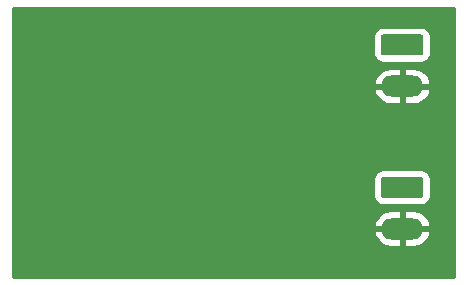
<source format=gbr>
G04 #@! TF.GenerationSoftware,KiCad,Pcbnew,(5.1.5)-3*
G04 #@! TF.CreationDate,2022-12-25T19:48:09-05:00*
G04 #@! TF.ProjectId,_autosave-Fuente_Alimentaci_n,5f617574-6f73-4617-9665-2d4675656e74,rev?*
G04 #@! TF.SameCoordinates,Original*
G04 #@! TF.FileFunction,Copper,L2,Bot*
G04 #@! TF.FilePolarity,Positive*
%FSLAX46Y46*%
G04 Gerber Fmt 4.6, Leading zero omitted, Abs format (unit mm)*
G04 Created by KiCad (PCBNEW (5.1.5)-3) date 2022-12-25 19:48:09*
%MOMM*%
%LPD*%
G04 APERTURE LIST*
%ADD10O,3.600000X1.800000*%
%ADD11C,0.100000*%
%ADD12C,0.254000*%
G04 APERTURE END LIST*
D10*
X100330000Y-107005000D03*
G04 #@! TA.AperFunction,ComponentPad*
D11*
G36*
X101904504Y-102606204D02*
G01*
X101928773Y-102609804D01*
X101952571Y-102615765D01*
X101975671Y-102624030D01*
X101997849Y-102634520D01*
X102018893Y-102647133D01*
X102038598Y-102661747D01*
X102056777Y-102678223D01*
X102073253Y-102696402D01*
X102087867Y-102716107D01*
X102100480Y-102737151D01*
X102110970Y-102759329D01*
X102119235Y-102782429D01*
X102125196Y-102806227D01*
X102128796Y-102830496D01*
X102130000Y-102855000D01*
X102130000Y-104155000D01*
X102128796Y-104179504D01*
X102125196Y-104203773D01*
X102119235Y-104227571D01*
X102110970Y-104250671D01*
X102100480Y-104272849D01*
X102087867Y-104293893D01*
X102073253Y-104313598D01*
X102056777Y-104331777D01*
X102038598Y-104348253D01*
X102018893Y-104362867D01*
X101997849Y-104375480D01*
X101975671Y-104385970D01*
X101952571Y-104394235D01*
X101928773Y-104400196D01*
X101904504Y-104403796D01*
X101880000Y-104405000D01*
X98780000Y-104405000D01*
X98755496Y-104403796D01*
X98731227Y-104400196D01*
X98707429Y-104394235D01*
X98684329Y-104385970D01*
X98662151Y-104375480D01*
X98641107Y-104362867D01*
X98621402Y-104348253D01*
X98603223Y-104331777D01*
X98586747Y-104313598D01*
X98572133Y-104293893D01*
X98559520Y-104272849D01*
X98549030Y-104250671D01*
X98540765Y-104227571D01*
X98534804Y-104203773D01*
X98531204Y-104179504D01*
X98530000Y-104155000D01*
X98530000Y-102855000D01*
X98531204Y-102830496D01*
X98534804Y-102806227D01*
X98540765Y-102782429D01*
X98549030Y-102759329D01*
X98559520Y-102737151D01*
X98572133Y-102716107D01*
X98586747Y-102696402D01*
X98603223Y-102678223D01*
X98621402Y-102661747D01*
X98641107Y-102647133D01*
X98662151Y-102634520D01*
X98684329Y-102624030D01*
X98707429Y-102615765D01*
X98731227Y-102609804D01*
X98755496Y-102606204D01*
X98780000Y-102605000D01*
X101880000Y-102605000D01*
X101904504Y-102606204D01*
G37*
G04 #@! TD.AperFunction*
G04 #@! TA.AperFunction,ComponentPad*
G36*
X101904504Y-90541204D02*
G01*
X101928773Y-90544804D01*
X101952571Y-90550765D01*
X101975671Y-90559030D01*
X101997849Y-90569520D01*
X102018893Y-90582133D01*
X102038598Y-90596747D01*
X102056777Y-90613223D01*
X102073253Y-90631402D01*
X102087867Y-90651107D01*
X102100480Y-90672151D01*
X102110970Y-90694329D01*
X102119235Y-90717429D01*
X102125196Y-90741227D01*
X102128796Y-90765496D01*
X102130000Y-90790000D01*
X102130000Y-92090000D01*
X102128796Y-92114504D01*
X102125196Y-92138773D01*
X102119235Y-92162571D01*
X102110970Y-92185671D01*
X102100480Y-92207849D01*
X102087867Y-92228893D01*
X102073253Y-92248598D01*
X102056777Y-92266777D01*
X102038598Y-92283253D01*
X102018893Y-92297867D01*
X101997849Y-92310480D01*
X101975671Y-92320970D01*
X101952571Y-92329235D01*
X101928773Y-92335196D01*
X101904504Y-92338796D01*
X101880000Y-92340000D01*
X98780000Y-92340000D01*
X98755496Y-92338796D01*
X98731227Y-92335196D01*
X98707429Y-92329235D01*
X98684329Y-92320970D01*
X98662151Y-92310480D01*
X98641107Y-92297867D01*
X98621402Y-92283253D01*
X98603223Y-92266777D01*
X98586747Y-92248598D01*
X98572133Y-92228893D01*
X98559520Y-92207849D01*
X98549030Y-92185671D01*
X98540765Y-92162571D01*
X98534804Y-92138773D01*
X98531204Y-92114504D01*
X98530000Y-92090000D01*
X98530000Y-90790000D01*
X98531204Y-90765496D01*
X98534804Y-90741227D01*
X98540765Y-90717429D01*
X98549030Y-90694329D01*
X98559520Y-90672151D01*
X98572133Y-90651107D01*
X98586747Y-90631402D01*
X98603223Y-90613223D01*
X98621402Y-90596747D01*
X98641107Y-90582133D01*
X98662151Y-90569520D01*
X98684329Y-90559030D01*
X98707429Y-90550765D01*
X98731227Y-90544804D01*
X98755496Y-90541204D01*
X98780000Y-90540000D01*
X101880000Y-90540000D01*
X101904504Y-90541204D01*
G37*
G04 #@! TD.AperFunction*
D10*
X100330000Y-94940000D03*
D12*
G36*
X104725001Y-111075000D02*
G01*
X67360000Y-111075000D01*
X67360000Y-107369740D01*
X97938964Y-107369740D01*
X97963245Y-107475087D01*
X98083138Y-107752204D01*
X98254790Y-108000606D01*
X98471604Y-108210748D01*
X98725249Y-108374554D01*
X99005977Y-108485729D01*
X99303000Y-108540000D01*
X100203000Y-108540000D01*
X100203000Y-107132000D01*
X100457000Y-107132000D01*
X100457000Y-108540000D01*
X101357000Y-108540000D01*
X101654023Y-108485729D01*
X101934751Y-108374554D01*
X102188396Y-108210748D01*
X102405210Y-108000606D01*
X102576862Y-107752204D01*
X102696755Y-107475087D01*
X102721036Y-107369740D01*
X102600378Y-107132000D01*
X100457000Y-107132000D01*
X100203000Y-107132000D01*
X98059622Y-107132000D01*
X97938964Y-107369740D01*
X67360000Y-107369740D01*
X67360000Y-106640260D01*
X97938964Y-106640260D01*
X98059622Y-106878000D01*
X100203000Y-106878000D01*
X100203000Y-105470000D01*
X100457000Y-105470000D01*
X100457000Y-106878000D01*
X102600378Y-106878000D01*
X102721036Y-106640260D01*
X102696755Y-106534913D01*
X102576862Y-106257796D01*
X102405210Y-106009394D01*
X102188396Y-105799252D01*
X101934751Y-105635446D01*
X101654023Y-105524271D01*
X101357000Y-105470000D01*
X100457000Y-105470000D01*
X100203000Y-105470000D01*
X99303000Y-105470000D01*
X99005977Y-105524271D01*
X98725249Y-105635446D01*
X98471604Y-105799252D01*
X98254790Y-106009394D01*
X98083138Y-106257796D01*
X97963245Y-106534913D01*
X97938964Y-106640260D01*
X67360000Y-106640260D01*
X67360000Y-102855000D01*
X97891928Y-102855000D01*
X97891928Y-104155000D01*
X97908992Y-104328254D01*
X97959528Y-104494850D01*
X98041595Y-104648386D01*
X98152038Y-104782962D01*
X98286614Y-104893405D01*
X98440150Y-104975472D01*
X98606746Y-105026008D01*
X98780000Y-105043072D01*
X101880000Y-105043072D01*
X102053254Y-105026008D01*
X102219850Y-104975472D01*
X102373386Y-104893405D01*
X102507962Y-104782962D01*
X102618405Y-104648386D01*
X102700472Y-104494850D01*
X102751008Y-104328254D01*
X102768072Y-104155000D01*
X102768072Y-102855000D01*
X102751008Y-102681746D01*
X102700472Y-102515150D01*
X102618405Y-102361614D01*
X102507962Y-102227038D01*
X102373386Y-102116595D01*
X102219850Y-102034528D01*
X102053254Y-101983992D01*
X101880000Y-101966928D01*
X98780000Y-101966928D01*
X98606746Y-101983992D01*
X98440150Y-102034528D01*
X98286614Y-102116595D01*
X98152038Y-102227038D01*
X98041595Y-102361614D01*
X97959528Y-102515150D01*
X97908992Y-102681746D01*
X97891928Y-102855000D01*
X67360000Y-102855000D01*
X67360000Y-95304740D01*
X97938964Y-95304740D01*
X97963245Y-95410087D01*
X98083138Y-95687204D01*
X98254790Y-95935606D01*
X98471604Y-96145748D01*
X98725249Y-96309554D01*
X99005977Y-96420729D01*
X99303000Y-96475000D01*
X100203000Y-96475000D01*
X100203000Y-95067000D01*
X100457000Y-95067000D01*
X100457000Y-96475000D01*
X101357000Y-96475000D01*
X101654023Y-96420729D01*
X101934751Y-96309554D01*
X102188396Y-96145748D01*
X102405210Y-95935606D01*
X102576862Y-95687204D01*
X102696755Y-95410087D01*
X102721036Y-95304740D01*
X102600378Y-95067000D01*
X100457000Y-95067000D01*
X100203000Y-95067000D01*
X98059622Y-95067000D01*
X97938964Y-95304740D01*
X67360000Y-95304740D01*
X67360000Y-94575260D01*
X97938964Y-94575260D01*
X98059622Y-94813000D01*
X100203000Y-94813000D01*
X100203000Y-93405000D01*
X100457000Y-93405000D01*
X100457000Y-94813000D01*
X102600378Y-94813000D01*
X102721036Y-94575260D01*
X102696755Y-94469913D01*
X102576862Y-94192796D01*
X102405210Y-93944394D01*
X102188396Y-93734252D01*
X101934751Y-93570446D01*
X101654023Y-93459271D01*
X101357000Y-93405000D01*
X100457000Y-93405000D01*
X100203000Y-93405000D01*
X99303000Y-93405000D01*
X99005977Y-93459271D01*
X98725249Y-93570446D01*
X98471604Y-93734252D01*
X98254790Y-93944394D01*
X98083138Y-94192796D01*
X97963245Y-94469913D01*
X97938964Y-94575260D01*
X67360000Y-94575260D01*
X67360000Y-90790000D01*
X97891928Y-90790000D01*
X97891928Y-92090000D01*
X97908992Y-92263254D01*
X97959528Y-92429850D01*
X98041595Y-92583386D01*
X98152038Y-92717962D01*
X98286614Y-92828405D01*
X98440150Y-92910472D01*
X98606746Y-92961008D01*
X98780000Y-92978072D01*
X101880000Y-92978072D01*
X102053254Y-92961008D01*
X102219850Y-92910472D01*
X102373386Y-92828405D01*
X102507962Y-92717962D01*
X102618405Y-92583386D01*
X102700472Y-92429850D01*
X102751008Y-92263254D01*
X102768072Y-92090000D01*
X102768072Y-90790000D01*
X102751008Y-90616746D01*
X102700472Y-90450150D01*
X102618405Y-90296614D01*
X102507962Y-90162038D01*
X102373386Y-90051595D01*
X102219850Y-89969528D01*
X102053254Y-89918992D01*
X101880000Y-89901928D01*
X98780000Y-89901928D01*
X98606746Y-89918992D01*
X98440150Y-89969528D01*
X98286614Y-90051595D01*
X98152038Y-90162038D01*
X98041595Y-90296614D01*
X97959528Y-90450150D01*
X97908992Y-90616746D01*
X97891928Y-90790000D01*
X67360000Y-90790000D01*
X67360000Y-88315000D01*
X104725000Y-88315000D01*
X104725001Y-111075000D01*
G37*
X104725001Y-111075000D02*
X67360000Y-111075000D01*
X67360000Y-107369740D01*
X97938964Y-107369740D01*
X97963245Y-107475087D01*
X98083138Y-107752204D01*
X98254790Y-108000606D01*
X98471604Y-108210748D01*
X98725249Y-108374554D01*
X99005977Y-108485729D01*
X99303000Y-108540000D01*
X100203000Y-108540000D01*
X100203000Y-107132000D01*
X100457000Y-107132000D01*
X100457000Y-108540000D01*
X101357000Y-108540000D01*
X101654023Y-108485729D01*
X101934751Y-108374554D01*
X102188396Y-108210748D01*
X102405210Y-108000606D01*
X102576862Y-107752204D01*
X102696755Y-107475087D01*
X102721036Y-107369740D01*
X102600378Y-107132000D01*
X100457000Y-107132000D01*
X100203000Y-107132000D01*
X98059622Y-107132000D01*
X97938964Y-107369740D01*
X67360000Y-107369740D01*
X67360000Y-106640260D01*
X97938964Y-106640260D01*
X98059622Y-106878000D01*
X100203000Y-106878000D01*
X100203000Y-105470000D01*
X100457000Y-105470000D01*
X100457000Y-106878000D01*
X102600378Y-106878000D01*
X102721036Y-106640260D01*
X102696755Y-106534913D01*
X102576862Y-106257796D01*
X102405210Y-106009394D01*
X102188396Y-105799252D01*
X101934751Y-105635446D01*
X101654023Y-105524271D01*
X101357000Y-105470000D01*
X100457000Y-105470000D01*
X100203000Y-105470000D01*
X99303000Y-105470000D01*
X99005977Y-105524271D01*
X98725249Y-105635446D01*
X98471604Y-105799252D01*
X98254790Y-106009394D01*
X98083138Y-106257796D01*
X97963245Y-106534913D01*
X97938964Y-106640260D01*
X67360000Y-106640260D01*
X67360000Y-102855000D01*
X97891928Y-102855000D01*
X97891928Y-104155000D01*
X97908992Y-104328254D01*
X97959528Y-104494850D01*
X98041595Y-104648386D01*
X98152038Y-104782962D01*
X98286614Y-104893405D01*
X98440150Y-104975472D01*
X98606746Y-105026008D01*
X98780000Y-105043072D01*
X101880000Y-105043072D01*
X102053254Y-105026008D01*
X102219850Y-104975472D01*
X102373386Y-104893405D01*
X102507962Y-104782962D01*
X102618405Y-104648386D01*
X102700472Y-104494850D01*
X102751008Y-104328254D01*
X102768072Y-104155000D01*
X102768072Y-102855000D01*
X102751008Y-102681746D01*
X102700472Y-102515150D01*
X102618405Y-102361614D01*
X102507962Y-102227038D01*
X102373386Y-102116595D01*
X102219850Y-102034528D01*
X102053254Y-101983992D01*
X101880000Y-101966928D01*
X98780000Y-101966928D01*
X98606746Y-101983992D01*
X98440150Y-102034528D01*
X98286614Y-102116595D01*
X98152038Y-102227038D01*
X98041595Y-102361614D01*
X97959528Y-102515150D01*
X97908992Y-102681746D01*
X97891928Y-102855000D01*
X67360000Y-102855000D01*
X67360000Y-95304740D01*
X97938964Y-95304740D01*
X97963245Y-95410087D01*
X98083138Y-95687204D01*
X98254790Y-95935606D01*
X98471604Y-96145748D01*
X98725249Y-96309554D01*
X99005977Y-96420729D01*
X99303000Y-96475000D01*
X100203000Y-96475000D01*
X100203000Y-95067000D01*
X100457000Y-95067000D01*
X100457000Y-96475000D01*
X101357000Y-96475000D01*
X101654023Y-96420729D01*
X101934751Y-96309554D01*
X102188396Y-96145748D01*
X102405210Y-95935606D01*
X102576862Y-95687204D01*
X102696755Y-95410087D01*
X102721036Y-95304740D01*
X102600378Y-95067000D01*
X100457000Y-95067000D01*
X100203000Y-95067000D01*
X98059622Y-95067000D01*
X97938964Y-95304740D01*
X67360000Y-95304740D01*
X67360000Y-94575260D01*
X97938964Y-94575260D01*
X98059622Y-94813000D01*
X100203000Y-94813000D01*
X100203000Y-93405000D01*
X100457000Y-93405000D01*
X100457000Y-94813000D01*
X102600378Y-94813000D01*
X102721036Y-94575260D01*
X102696755Y-94469913D01*
X102576862Y-94192796D01*
X102405210Y-93944394D01*
X102188396Y-93734252D01*
X101934751Y-93570446D01*
X101654023Y-93459271D01*
X101357000Y-93405000D01*
X100457000Y-93405000D01*
X100203000Y-93405000D01*
X99303000Y-93405000D01*
X99005977Y-93459271D01*
X98725249Y-93570446D01*
X98471604Y-93734252D01*
X98254790Y-93944394D01*
X98083138Y-94192796D01*
X97963245Y-94469913D01*
X97938964Y-94575260D01*
X67360000Y-94575260D01*
X67360000Y-90790000D01*
X97891928Y-90790000D01*
X97891928Y-92090000D01*
X97908992Y-92263254D01*
X97959528Y-92429850D01*
X98041595Y-92583386D01*
X98152038Y-92717962D01*
X98286614Y-92828405D01*
X98440150Y-92910472D01*
X98606746Y-92961008D01*
X98780000Y-92978072D01*
X101880000Y-92978072D01*
X102053254Y-92961008D01*
X102219850Y-92910472D01*
X102373386Y-92828405D01*
X102507962Y-92717962D01*
X102618405Y-92583386D01*
X102700472Y-92429850D01*
X102751008Y-92263254D01*
X102768072Y-92090000D01*
X102768072Y-90790000D01*
X102751008Y-90616746D01*
X102700472Y-90450150D01*
X102618405Y-90296614D01*
X102507962Y-90162038D01*
X102373386Y-90051595D01*
X102219850Y-89969528D01*
X102053254Y-89918992D01*
X101880000Y-89901928D01*
X98780000Y-89901928D01*
X98606746Y-89918992D01*
X98440150Y-89969528D01*
X98286614Y-90051595D01*
X98152038Y-90162038D01*
X98041595Y-90296614D01*
X97959528Y-90450150D01*
X97908992Y-90616746D01*
X97891928Y-90790000D01*
X67360000Y-90790000D01*
X67360000Y-88315000D01*
X104725000Y-88315000D01*
X104725001Y-111075000D01*
M02*

</source>
